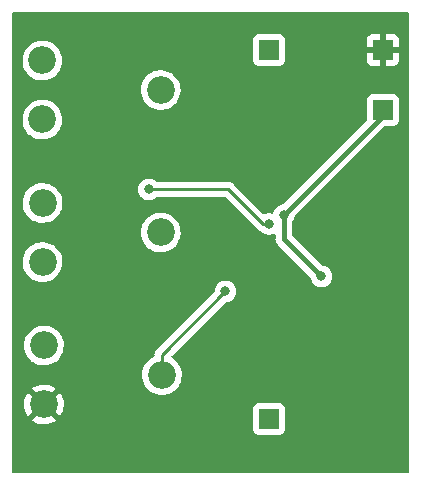
<source format=gbl>
G04 #@! TF.GenerationSoftware,KiCad,Pcbnew,6.0.2-378541a8eb~116~ubuntu21.10.1*
G04 #@! TF.CreationDate,2022-03-03T13:54:26+01:00*
G04 #@! TF.ProjectId,test,74657374-2e6b-4696-9361-645f70636258,rev?*
G04 #@! TF.SameCoordinates,Original*
G04 #@! TF.FileFunction,Copper,L2,Bot*
G04 #@! TF.FilePolarity,Positive*
%FSLAX46Y46*%
G04 Gerber Fmt 4.6, Leading zero omitted, Abs format (unit mm)*
G04 Created by KiCad (PCBNEW 6.0.2-378541a8eb~116~ubuntu21.10.1) date 2022-03-03 13:54:26*
%MOMM*%
%LPD*%
G01*
G04 APERTURE LIST*
G04 #@! TA.AperFunction,ComponentPad*
%ADD10R,1.700000X1.700000*%
G04 #@! TD*
G04 #@! TA.AperFunction,ComponentPad*
%ADD11C,2.340000*%
G04 #@! TD*
G04 #@! TA.AperFunction,ViaPad*
%ADD12C,0.800000*%
G04 #@! TD*
G04 #@! TA.AperFunction,Conductor*
%ADD13C,0.400000*%
G04 #@! TD*
G04 #@! TA.AperFunction,Conductor*
%ADD14C,0.250000*%
G04 #@! TD*
G04 APERTURE END LIST*
D10*
G04 #@! TO.P,OUT1,1,Pin_1*
G04 #@! TO.N,Net-(OUT1-Pad1)*
X137160000Y-111760000D03*
G04 #@! TD*
G04 #@! TO.P,GND1,1,Pin_1*
G04 #@! TO.N,GND*
X146812000Y-80518000D03*
G04 #@! TD*
G04 #@! TO.P,5V1,1,Pin_1*
G04 #@! TO.N,Net-(5V1-Pad1)*
X146812000Y-85598000D03*
G04 #@! TD*
G04 #@! TO.P,IN1,1,Pin_1*
G04 #@! TO.N,Net-(IN1-Pad1)*
X137160000Y-80518000D03*
G04 #@! TD*
D11*
G04 #@! TO.P,RV2,1,1*
G04 #@! TO.N,Net-(R8-Pad2)*
X117983000Y-81407000D03*
G04 #@! TO.P,RV2,2,2*
G04 #@! TO.N,Net-(R6-Pad2)*
X128000000Y-83907000D03*
G04 #@! TO.P,RV2,3,3*
G04 #@! TO.N,Net-(C7-Pad1)*
X117983000Y-86407000D03*
G04 #@! TD*
G04 #@! TO.P,RV3,1,1*
G04 #@! TO.N,Net-(C9-Pad1)*
X118110000Y-105537000D03*
G04 #@! TO.P,RV3,2,2*
G04 #@! TO.N,Net-(RV3-Pad2)*
X128110000Y-108037000D03*
G04 #@! TO.P,RV3,3,3*
G04 #@! TO.N,GND*
X118110000Y-110537000D03*
G04 #@! TD*
G04 #@! TO.P,RV1,1,1*
G04 #@! TO.N,Net-(C4-Pad1)*
X118000000Y-93472000D03*
G04 #@! TO.P,RV1,2,2*
G04 #@! TO.N,Net-(C4-Pad2)*
X128000000Y-95972000D03*
G04 #@! TO.P,RV1,3,3*
G04 #@! TO.N,Net-(C5-Pad1)*
X118000000Y-98472000D03*
G04 #@! TD*
D12*
G04 #@! TO.N,Net-(5V1-Pad1)*
X138430000Y-94488000D03*
X141605000Y-99695000D03*
G04 #@! TO.N,GND*
X134239000Y-103505000D03*
X135382000Y-103505000D03*
G04 #@! TO.N,Net-(C3-Pad2)*
X137160000Y-95250000D03*
X127000000Y-92329000D03*
G04 #@! TO.N,Net-(RV3-Pad2)*
X133477000Y-100965000D03*
G04 #@! TD*
D13*
G04 #@! TO.N,Net-(5V1-Pad1)*
X146812000Y-86106000D02*
X138430000Y-94488000D01*
X138430000Y-96520000D02*
X141605000Y-99695000D01*
X138430000Y-94488000D02*
X138430000Y-96520000D01*
X146812000Y-85598000D02*
X146812000Y-86106000D01*
D14*
G04 #@! TO.N,Net-(C3-Pad2)*
X136652000Y-95250000D02*
X133731000Y-92329000D01*
X137160000Y-95250000D02*
X136652000Y-95250000D01*
X133731000Y-92329000D02*
X127000000Y-92329000D01*
G04 #@! TO.N,Net-(RV3-Pad2)*
X128110000Y-108037000D02*
X128110000Y-106332000D01*
X128110000Y-106332000D02*
X133477000Y-100965000D01*
G04 #@! TD*
G04 #@! TA.AperFunction,Conductor*
G04 #@! TO.N,GND*
G36*
X148988121Y-77368002D02*
G01*
X149034614Y-77421658D01*
X149046000Y-77474000D01*
X149046000Y-116206000D01*
X149025998Y-116274121D01*
X148972342Y-116320614D01*
X148920000Y-116332000D01*
X115494000Y-116332000D01*
X115425879Y-116311998D01*
X115379386Y-116258342D01*
X115368000Y-116206000D01*
X115368000Y-112658134D01*
X135801500Y-112658134D01*
X135808255Y-112720316D01*
X135859385Y-112856705D01*
X135946739Y-112973261D01*
X136063295Y-113060615D01*
X136199684Y-113111745D01*
X136261866Y-113118500D01*
X138058134Y-113118500D01*
X138120316Y-113111745D01*
X138256705Y-113060615D01*
X138373261Y-112973261D01*
X138460615Y-112856705D01*
X138511745Y-112720316D01*
X138518500Y-112658134D01*
X138518500Y-110861866D01*
X138511745Y-110799684D01*
X138460615Y-110663295D01*
X138373261Y-110546739D01*
X138256705Y-110459385D01*
X138120316Y-110408255D01*
X138058134Y-110401500D01*
X136261866Y-110401500D01*
X136199684Y-110408255D01*
X136063295Y-110459385D01*
X135946739Y-110546739D01*
X135859385Y-110663295D01*
X135808255Y-110799684D01*
X135801500Y-110861866D01*
X135801500Y-112658134D01*
X115368000Y-112658134D01*
X115368000Y-111888895D01*
X117122851Y-111888895D01*
X117131563Y-111900415D01*
X117214529Y-111961249D01*
X117222444Y-111966194D01*
X117434873Y-112077959D01*
X117443447Y-112081687D01*
X117670067Y-112160826D01*
X117679077Y-112163240D01*
X117914923Y-112208017D01*
X117924180Y-112209071D01*
X118164058Y-112218497D01*
X118173372Y-112218171D01*
X118411996Y-112192038D01*
X118421173Y-112190337D01*
X118653312Y-112129220D01*
X118662132Y-112126183D01*
X118882693Y-112031423D01*
X118890965Y-112027116D01*
X119094026Y-111901458D01*
X119100751Y-111891253D01*
X119094688Y-111880899D01*
X118122810Y-110909020D01*
X118108869Y-110901408D01*
X118107034Y-110901539D01*
X118100420Y-110905790D01*
X117129509Y-111876702D01*
X117122851Y-111888895D01*
X115368000Y-111888895D01*
X115368000Y-110497624D01*
X116428096Y-110497624D01*
X116439614Y-110737398D01*
X116440751Y-110746658D01*
X116487581Y-110982095D01*
X116490075Y-110991088D01*
X116571189Y-111217009D01*
X116574989Y-111225544D01*
X116688607Y-111436996D01*
X116693618Y-111444863D01*
X116746609Y-111515826D01*
X116757867Y-111524275D01*
X116770286Y-111517503D01*
X117737980Y-110549810D01*
X117744357Y-110538131D01*
X118474408Y-110538131D01*
X118474539Y-110539966D01*
X118478790Y-110546580D01*
X119452024Y-111519813D01*
X119464404Y-111526573D01*
X119472745Y-111520330D01*
X119586265Y-111343843D01*
X119590708Y-111335659D01*
X119689304Y-111116783D01*
X119692494Y-111108018D01*
X119757654Y-110876981D01*
X119759514Y-110867839D01*
X119790001Y-110628196D01*
X119790482Y-110621909D01*
X119792622Y-110540160D01*
X119792471Y-110533851D01*
X119774568Y-110292932D01*
X119773191Y-110283726D01*
X119720210Y-110049582D01*
X119717486Y-110040671D01*
X119630478Y-109816930D01*
X119626467Y-109808521D01*
X119507347Y-109600105D01*
X119502130Y-109592370D01*
X119474425Y-109557227D01*
X119462501Y-109548758D01*
X119450965Y-109555246D01*
X118482020Y-110524190D01*
X118474408Y-110538131D01*
X117744357Y-110538131D01*
X117745592Y-110535869D01*
X117745461Y-110534034D01*
X117741210Y-110527420D01*
X116768131Y-109554342D01*
X116754823Y-109547075D01*
X116744786Y-109554195D01*
X116743076Y-109556251D01*
X116737655Y-109563851D01*
X116613127Y-109769067D01*
X116608889Y-109777384D01*
X116516060Y-109998755D01*
X116513099Y-110007605D01*
X116454011Y-110240264D01*
X116452390Y-110249458D01*
X116428341Y-110488297D01*
X116428096Y-110497624D01*
X115368000Y-110497624D01*
X115368000Y-109183585D01*
X117120999Y-109183585D01*
X117125572Y-109193361D01*
X118097190Y-110164980D01*
X118111131Y-110172592D01*
X118112966Y-110172461D01*
X118119580Y-110168210D01*
X119090929Y-109196860D01*
X119097313Y-109185169D01*
X119087903Y-109173061D01*
X118967873Y-109089793D01*
X118959846Y-109085065D01*
X118744540Y-108978888D01*
X118735907Y-108975400D01*
X118507265Y-108902211D01*
X118498214Y-108900038D01*
X118261269Y-108861449D01*
X118251980Y-108860637D01*
X118011950Y-108857495D01*
X118002638Y-108858065D01*
X117764776Y-108890436D01*
X117755658Y-108892374D01*
X117525203Y-108959546D01*
X117516450Y-108962818D01*
X117298454Y-109063316D01*
X117290299Y-109067836D01*
X117130136Y-109172844D01*
X117120999Y-109183585D01*
X115368000Y-109183585D01*
X115368000Y-107992939D01*
X126427370Y-107992939D01*
X126439339Y-108242131D01*
X126488010Y-108486818D01*
X126572314Y-108721622D01*
X126690398Y-108941386D01*
X126693193Y-108945130D01*
X126693195Y-108945132D01*
X126706402Y-108962818D01*
X126839668Y-109141283D01*
X127016844Y-109316921D01*
X127020606Y-109319679D01*
X127020609Y-109319682D01*
X127210265Y-109458742D01*
X127218036Y-109464440D01*
X127222171Y-109466616D01*
X127222175Y-109466618D01*
X127338009Y-109527561D01*
X127438823Y-109580602D01*
X127674354Y-109662853D01*
X127678947Y-109663725D01*
X127914867Y-109708516D01*
X127914870Y-109708516D01*
X127919456Y-109709387D01*
X128044100Y-109714285D01*
X128164075Y-109718999D01*
X128164081Y-109718999D01*
X128168743Y-109719182D01*
X128266134Y-109708516D01*
X128412087Y-109692532D01*
X128412092Y-109692531D01*
X128416740Y-109692022D01*
X128421264Y-109690831D01*
X128653476Y-109629694D01*
X128653478Y-109629693D01*
X128657999Y-109628503D01*
X128662296Y-109626657D01*
X128882924Y-109531868D01*
X128882926Y-109531867D01*
X128887218Y-109530023D01*
X128997667Y-109461675D01*
X129095391Y-109401202D01*
X129095395Y-109401199D01*
X129099364Y-109398743D01*
X129289775Y-109237548D01*
X129335710Y-109185169D01*
X129451187Y-109053494D01*
X129451191Y-109053489D01*
X129454269Y-109049979D01*
X129512438Y-108959546D01*
X129556890Y-108890436D01*
X129589231Y-108840157D01*
X129691697Y-108612691D01*
X129692967Y-108608188D01*
X129758146Y-108377082D01*
X129758147Y-108377079D01*
X129759416Y-108372578D01*
X129790900Y-108125092D01*
X129793207Y-108037000D01*
X129774718Y-107788206D01*
X129719659Y-107544878D01*
X129717966Y-107540524D01*
X129630931Y-107316714D01*
X129630930Y-107316712D01*
X129629238Y-107312361D01*
X129505442Y-107095763D01*
X129350990Y-106899842D01*
X129169276Y-106728902D01*
X128964292Y-106586700D01*
X128965251Y-106585318D01*
X128921616Y-106538756D01*
X128908783Y-106468929D01*
X128935739Y-106403248D01*
X128945009Y-106392895D01*
X133427499Y-101910405D01*
X133489811Y-101876379D01*
X133516594Y-101873500D01*
X133572487Y-101873500D01*
X133578939Y-101872128D01*
X133578944Y-101872128D01*
X133665887Y-101853647D01*
X133759288Y-101833794D01*
X133765319Y-101831109D01*
X133927722Y-101758803D01*
X133927724Y-101758802D01*
X133933752Y-101756118D01*
X134088253Y-101643866D01*
X134216040Y-101501944D01*
X134311527Y-101336556D01*
X134370542Y-101154928D01*
X134390504Y-100965000D01*
X134370542Y-100775072D01*
X134311527Y-100593444D01*
X134216040Y-100428056D01*
X134170744Y-100377749D01*
X134092675Y-100291045D01*
X134092674Y-100291044D01*
X134088253Y-100286134D01*
X133933752Y-100173882D01*
X133927724Y-100171198D01*
X133927722Y-100171197D01*
X133765319Y-100098891D01*
X133765318Y-100098891D01*
X133759288Y-100096206D01*
X133646721Y-100072279D01*
X133578944Y-100057872D01*
X133578939Y-100057872D01*
X133572487Y-100056500D01*
X133381513Y-100056500D01*
X133375061Y-100057872D01*
X133375056Y-100057872D01*
X133307279Y-100072279D01*
X133194712Y-100096206D01*
X133188682Y-100098891D01*
X133188681Y-100098891D01*
X133026278Y-100171197D01*
X133026276Y-100171198D01*
X133020248Y-100173882D01*
X132865747Y-100286134D01*
X132861326Y-100291044D01*
X132861325Y-100291045D01*
X132783257Y-100377749D01*
X132737960Y-100428056D01*
X132642473Y-100593444D01*
X132583458Y-100775072D01*
X132582768Y-100781633D01*
X132582768Y-100781635D01*
X132566093Y-100940292D01*
X132539080Y-101005949D01*
X132529878Y-101016217D01*
X127717747Y-105828348D01*
X127709461Y-105835888D01*
X127702982Y-105840000D01*
X127697557Y-105845777D01*
X127656357Y-105889651D01*
X127653602Y-105892493D01*
X127633865Y-105912230D01*
X127631385Y-105915427D01*
X127623682Y-105924447D01*
X127593414Y-105956679D01*
X127589595Y-105963625D01*
X127589593Y-105963628D01*
X127583652Y-105974434D01*
X127572801Y-105990953D01*
X127560386Y-106006959D01*
X127557241Y-106014228D01*
X127557238Y-106014232D01*
X127542826Y-106047537D01*
X127537609Y-106058187D01*
X127516305Y-106096940D01*
X127514334Y-106104615D01*
X127514334Y-106104616D01*
X127511267Y-106116562D01*
X127504863Y-106135266D01*
X127496819Y-106153855D01*
X127495580Y-106161678D01*
X127495577Y-106161688D01*
X127489901Y-106197524D01*
X127487495Y-106209144D01*
X127483233Y-106225746D01*
X127476500Y-106251970D01*
X127476500Y-106272224D01*
X127474949Y-106291934D01*
X127471780Y-106311943D01*
X127472526Y-106319835D01*
X127475941Y-106355961D01*
X127476500Y-106367819D01*
X127476500Y-106400026D01*
X127456498Y-106468147D01*
X127403252Y-106514452D01*
X127293965Y-106564834D01*
X127290056Y-106567397D01*
X127089242Y-106699056D01*
X127089237Y-106699060D01*
X127085329Y-106701622D01*
X126899202Y-106867746D01*
X126739675Y-107059557D01*
X126610252Y-107272840D01*
X126513775Y-107502911D01*
X126512624Y-107507443D01*
X126512623Y-107507446D01*
X126503117Y-107544878D01*
X126452365Y-107744714D01*
X126427370Y-107992939D01*
X115368000Y-107992939D01*
X115368000Y-105492939D01*
X116427370Y-105492939D01*
X116439339Y-105742131D01*
X116488010Y-105986818D01*
X116572314Y-106221622D01*
X116690398Y-106441386D01*
X116839668Y-106641283D01*
X117016844Y-106816921D01*
X117020606Y-106819679D01*
X117020609Y-106819682D01*
X117134937Y-106903510D01*
X117218036Y-106964440D01*
X117222171Y-106966616D01*
X117222175Y-106966618D01*
X117338009Y-107027561D01*
X117438823Y-107080602D01*
X117674354Y-107162853D01*
X117678947Y-107163725D01*
X117914867Y-107208516D01*
X117914870Y-107208516D01*
X117919456Y-107209387D01*
X118044099Y-107214284D01*
X118164075Y-107218999D01*
X118164081Y-107218999D01*
X118168743Y-107219182D01*
X118266134Y-107208516D01*
X118412087Y-107192532D01*
X118412092Y-107192531D01*
X118416740Y-107192022D01*
X118421264Y-107190831D01*
X118653476Y-107129694D01*
X118653478Y-107129693D01*
X118657999Y-107128503D01*
X118662296Y-107126657D01*
X118882924Y-107031868D01*
X118882926Y-107031867D01*
X118887218Y-107030023D01*
X119091661Y-106903510D01*
X119095391Y-106901202D01*
X119095395Y-106901199D01*
X119099364Y-106898743D01*
X119289775Y-106737548D01*
X119371316Y-106644569D01*
X119451187Y-106553494D01*
X119451191Y-106553489D01*
X119454269Y-106549979D01*
X119589231Y-106340157D01*
X119691697Y-106112691D01*
X119723282Y-106000699D01*
X119758146Y-105877082D01*
X119758147Y-105877079D01*
X119759416Y-105872578D01*
X119790900Y-105625092D01*
X119793207Y-105537000D01*
X119774718Y-105288206D01*
X119719659Y-105044878D01*
X119717966Y-105040524D01*
X119630931Y-104816714D01*
X119630930Y-104816712D01*
X119629238Y-104812361D01*
X119505442Y-104595763D01*
X119350990Y-104399842D01*
X119169276Y-104228902D01*
X119053160Y-104148350D01*
X118968130Y-104089362D01*
X118968125Y-104089359D01*
X118964292Y-104086700D01*
X118960110Y-104084637D01*
X118960102Y-104084633D01*
X118744728Y-103978423D01*
X118744725Y-103978422D01*
X118740540Y-103976358D01*
X118502937Y-103900300D01*
X118498330Y-103899550D01*
X118498327Y-103899549D01*
X118261312Y-103860949D01*
X118261313Y-103860949D01*
X118256701Y-103860198D01*
X118135753Y-103858615D01*
X118011920Y-103856994D01*
X118011917Y-103856994D01*
X118007243Y-103856933D01*
X117760042Y-103890575D01*
X117755556Y-103891883D01*
X117755554Y-103891883D01*
X117726677Y-103900300D01*
X117520528Y-103960387D01*
X117293965Y-104064834D01*
X117290056Y-104067397D01*
X117089242Y-104199056D01*
X117089237Y-104199060D01*
X117085329Y-104201622D01*
X116899202Y-104367746D01*
X116739675Y-104559557D01*
X116610252Y-104772840D01*
X116513775Y-105002911D01*
X116512624Y-105007443D01*
X116512623Y-105007446D01*
X116503117Y-105044878D01*
X116452365Y-105244714D01*
X116427370Y-105492939D01*
X115368000Y-105492939D01*
X115368000Y-98427939D01*
X116317370Y-98427939D01*
X116329339Y-98677131D01*
X116378010Y-98921818D01*
X116462314Y-99156622D01*
X116580398Y-99376386D01*
X116729668Y-99576283D01*
X116906844Y-99751921D01*
X116910606Y-99754679D01*
X116910609Y-99754682D01*
X117024555Y-99838230D01*
X117108036Y-99899440D01*
X117112171Y-99901616D01*
X117112175Y-99901618D01*
X117228009Y-99962561D01*
X117328823Y-100015602D01*
X117445937Y-100056500D01*
X117559638Y-100096206D01*
X117564354Y-100097853D01*
X117568947Y-100098725D01*
X117804867Y-100143516D01*
X117804870Y-100143516D01*
X117809456Y-100144387D01*
X117934099Y-100149284D01*
X118054075Y-100153999D01*
X118054081Y-100153999D01*
X118058743Y-100154182D01*
X118156134Y-100143516D01*
X118302087Y-100127532D01*
X118302092Y-100127531D01*
X118306740Y-100127022D01*
X118413588Y-100098891D01*
X118543476Y-100064694D01*
X118543478Y-100064693D01*
X118547999Y-100063503D01*
X118564299Y-100056500D01*
X118772924Y-99966868D01*
X118772926Y-99966867D01*
X118777218Y-99965023D01*
X118917259Y-99878363D01*
X118985391Y-99836202D01*
X118985395Y-99836199D01*
X118989364Y-99833743D01*
X119179775Y-99672548D01*
X119261316Y-99579569D01*
X119341187Y-99488494D01*
X119341191Y-99488489D01*
X119344269Y-99484979D01*
X119479231Y-99275157D01*
X119581697Y-99047691D01*
X119591692Y-99012251D01*
X119648146Y-98812082D01*
X119648147Y-98812079D01*
X119649416Y-98807578D01*
X119680900Y-98560092D01*
X119683207Y-98472000D01*
X119664718Y-98223206D01*
X119609659Y-97979878D01*
X119607966Y-97975524D01*
X119520931Y-97751714D01*
X119520930Y-97751712D01*
X119519238Y-97747361D01*
X119395442Y-97530763D01*
X119240990Y-97334842D01*
X119059276Y-97163902D01*
X118927585Y-97072545D01*
X118858130Y-97024362D01*
X118858125Y-97024359D01*
X118854292Y-97021700D01*
X118850110Y-97019637D01*
X118850102Y-97019633D01*
X118634728Y-96913423D01*
X118634725Y-96913422D01*
X118630540Y-96911358D01*
X118392937Y-96835300D01*
X118388330Y-96834550D01*
X118388327Y-96834549D01*
X118151312Y-96795949D01*
X118151313Y-96795949D01*
X118146701Y-96795198D01*
X118025753Y-96793615D01*
X117901920Y-96791994D01*
X117901917Y-96791994D01*
X117897243Y-96791933D01*
X117650042Y-96825575D01*
X117645556Y-96826883D01*
X117645554Y-96826883D01*
X117616677Y-96835300D01*
X117410528Y-96895387D01*
X117183965Y-96999834D01*
X117180056Y-97002397D01*
X116979242Y-97134056D01*
X116979237Y-97134060D01*
X116975329Y-97136622D01*
X116789202Y-97302746D01*
X116629675Y-97494557D01*
X116500252Y-97707840D01*
X116403775Y-97937911D01*
X116402624Y-97942443D01*
X116402623Y-97942446D01*
X116393117Y-97979878D01*
X116342365Y-98179714D01*
X116317370Y-98427939D01*
X115368000Y-98427939D01*
X115368000Y-95927939D01*
X126317370Y-95927939D01*
X126317594Y-95932606D01*
X126317594Y-95932611D01*
X126319335Y-95968851D01*
X126329339Y-96177131D01*
X126378010Y-96421818D01*
X126462314Y-96656622D01*
X126580398Y-96876386D01*
X126583193Y-96880130D01*
X126583195Y-96880132D01*
X126596051Y-96897348D01*
X126729668Y-97076283D01*
X126906844Y-97251921D01*
X126910606Y-97254679D01*
X126910609Y-97254682D01*
X127024937Y-97338510D01*
X127108036Y-97399440D01*
X127112171Y-97401616D01*
X127112175Y-97401618D01*
X127228009Y-97462561D01*
X127328823Y-97515602D01*
X127564354Y-97597853D01*
X127568947Y-97598725D01*
X127804867Y-97643516D01*
X127804870Y-97643516D01*
X127809456Y-97644387D01*
X127934099Y-97649284D01*
X128054075Y-97653999D01*
X128054081Y-97653999D01*
X128058743Y-97654182D01*
X128156134Y-97643516D01*
X128302087Y-97627532D01*
X128302092Y-97627531D01*
X128306740Y-97627022D01*
X128311264Y-97625831D01*
X128543476Y-97564694D01*
X128543478Y-97564693D01*
X128547999Y-97563503D01*
X128552296Y-97561657D01*
X128772924Y-97466868D01*
X128772926Y-97466867D01*
X128777218Y-97465023D01*
X128981661Y-97338510D01*
X128985391Y-97336202D01*
X128985395Y-97336199D01*
X128989364Y-97333743D01*
X129179775Y-97172548D01*
X129261316Y-97079569D01*
X129341187Y-96988494D01*
X129341191Y-96988489D01*
X129344269Y-96984979D01*
X129401897Y-96895387D01*
X129476703Y-96779087D01*
X129479231Y-96775157D01*
X129581697Y-96547691D01*
X129597661Y-96491088D01*
X129648146Y-96312082D01*
X129648147Y-96312079D01*
X129649416Y-96307578D01*
X129676578Y-96094069D01*
X129680502Y-96063222D01*
X129680502Y-96063218D01*
X129680900Y-96060092D01*
X129683207Y-95972000D01*
X129675120Y-95863181D01*
X129665064Y-95727858D01*
X129665063Y-95727854D01*
X129664718Y-95723206D01*
X129609659Y-95479878D01*
X129607966Y-95475524D01*
X129520931Y-95251714D01*
X129520930Y-95251712D01*
X129519238Y-95247361D01*
X129395442Y-95030763D01*
X129240990Y-94834842D01*
X129059276Y-94663902D01*
X128902734Y-94555305D01*
X128858130Y-94524362D01*
X128858125Y-94524359D01*
X128854292Y-94521700D01*
X128850110Y-94519637D01*
X128850102Y-94519633D01*
X128634728Y-94413423D01*
X128634725Y-94413422D01*
X128630540Y-94411358D01*
X128617448Y-94407167D01*
X128580647Y-94395387D01*
X128392937Y-94335300D01*
X128388330Y-94334550D01*
X128388327Y-94334549D01*
X128151312Y-94295949D01*
X128151313Y-94295949D01*
X128146701Y-94295198D01*
X128025753Y-94293615D01*
X127901920Y-94291994D01*
X127901917Y-94291994D01*
X127897243Y-94291933D01*
X127650042Y-94325575D01*
X127645556Y-94326883D01*
X127645554Y-94326883D01*
X127616677Y-94335300D01*
X127410528Y-94395387D01*
X127183965Y-94499834D01*
X127180056Y-94502397D01*
X126979242Y-94634056D01*
X126979237Y-94634060D01*
X126975329Y-94636622D01*
X126789202Y-94802746D01*
X126629675Y-94994557D01*
X126500252Y-95207840D01*
X126403775Y-95437911D01*
X126402624Y-95442443D01*
X126402623Y-95442446D01*
X126393117Y-95479878D01*
X126342365Y-95679714D01*
X126317370Y-95927939D01*
X115368000Y-95927939D01*
X115368000Y-93427939D01*
X116317370Y-93427939D01*
X116329339Y-93677131D01*
X116378010Y-93921818D01*
X116462314Y-94156622D01*
X116580398Y-94376386D01*
X116583193Y-94380130D01*
X116583195Y-94380132D01*
X116629685Y-94442389D01*
X116729668Y-94576283D01*
X116906844Y-94751921D01*
X116910606Y-94754679D01*
X116910609Y-94754682D01*
X117024937Y-94838510D01*
X117108036Y-94899440D01*
X117112171Y-94901616D01*
X117112175Y-94901618D01*
X117228009Y-94962561D01*
X117328823Y-95015602D01*
X117564354Y-95097853D01*
X117568947Y-95098725D01*
X117804867Y-95143516D01*
X117804870Y-95143516D01*
X117809456Y-95144387D01*
X117934100Y-95149285D01*
X118054075Y-95153999D01*
X118054081Y-95153999D01*
X118058743Y-95154182D01*
X118156134Y-95143516D01*
X118302087Y-95127532D01*
X118302092Y-95127531D01*
X118306740Y-95127022D01*
X118311264Y-95125831D01*
X118543476Y-95064694D01*
X118543478Y-95064693D01*
X118547999Y-95063503D01*
X118552296Y-95061657D01*
X118772924Y-94966868D01*
X118772926Y-94966867D01*
X118777218Y-94965023D01*
X118887667Y-94896675D01*
X118985391Y-94836202D01*
X118985395Y-94836199D01*
X118989364Y-94833743D01*
X119179775Y-94672548D01*
X119261316Y-94579569D01*
X119341187Y-94488494D01*
X119341191Y-94488489D01*
X119344269Y-94484979D01*
X119401897Y-94395387D01*
X119447206Y-94324945D01*
X119479231Y-94275157D01*
X119581697Y-94047691D01*
X119610335Y-93946148D01*
X119648146Y-93812082D01*
X119648147Y-93812079D01*
X119649416Y-93807578D01*
X119653587Y-93774794D01*
X119680502Y-93563222D01*
X119680502Y-93563218D01*
X119680900Y-93560092D01*
X119683207Y-93472000D01*
X119679587Y-93423285D01*
X119665064Y-93227858D01*
X119665063Y-93227854D01*
X119664718Y-93223206D01*
X119609659Y-92979878D01*
X119602901Y-92962500D01*
X119520931Y-92751714D01*
X119520930Y-92751712D01*
X119519238Y-92747361D01*
X119395442Y-92530763D01*
X119240990Y-92334842D01*
X119234780Y-92329000D01*
X126086496Y-92329000D01*
X126087186Y-92335565D01*
X126104317Y-92498554D01*
X126106458Y-92518928D01*
X126165473Y-92700556D01*
X126260960Y-92865944D01*
X126265378Y-92870851D01*
X126265379Y-92870852D01*
X126365909Y-92982502D01*
X126388747Y-93007866D01*
X126543248Y-93120118D01*
X126549276Y-93122802D01*
X126549278Y-93122803D01*
X126711681Y-93195109D01*
X126717712Y-93197794D01*
X126811113Y-93217647D01*
X126898056Y-93236128D01*
X126898061Y-93236128D01*
X126904513Y-93237500D01*
X127095487Y-93237500D01*
X127101939Y-93236128D01*
X127101944Y-93236128D01*
X127188887Y-93217647D01*
X127282288Y-93197794D01*
X127288319Y-93195109D01*
X127450722Y-93122803D01*
X127450724Y-93122802D01*
X127456752Y-93120118D01*
X127611253Y-93007866D01*
X127615668Y-93002963D01*
X127620580Y-92998540D01*
X127621705Y-92999789D01*
X127675014Y-92966949D01*
X127708200Y-92962500D01*
X133416406Y-92962500D01*
X133484527Y-92982502D01*
X133505501Y-92999405D01*
X136148348Y-95642253D01*
X136155888Y-95650539D01*
X136160000Y-95657018D01*
X136165777Y-95662443D01*
X136209651Y-95703643D01*
X136212493Y-95706398D01*
X136232230Y-95726135D01*
X136235427Y-95728615D01*
X136244447Y-95736318D01*
X136276679Y-95766586D01*
X136283625Y-95770405D01*
X136283628Y-95770407D01*
X136294434Y-95776348D01*
X136310953Y-95787199D01*
X136326959Y-95799614D01*
X136334228Y-95802759D01*
X136334232Y-95802762D01*
X136367537Y-95817174D01*
X136378187Y-95822391D01*
X136416940Y-95843695D01*
X136424615Y-95845666D01*
X136424616Y-95845666D01*
X136436562Y-95848733D01*
X136455266Y-95855137D01*
X136473855Y-95863181D01*
X136472547Y-95866204D01*
X136517938Y-95894649D01*
X136548747Y-95928866D01*
X136554089Y-95932747D01*
X136554091Y-95932749D01*
X136612465Y-95975160D01*
X136703248Y-96041118D01*
X136709276Y-96043802D01*
X136709278Y-96043803D01*
X136775748Y-96073397D01*
X136877712Y-96118794D01*
X136971112Y-96138647D01*
X137058056Y-96157128D01*
X137058061Y-96157128D01*
X137064513Y-96158500D01*
X137255487Y-96158500D01*
X137261939Y-96157128D01*
X137261944Y-96157128D01*
X137348887Y-96138647D01*
X137442288Y-96118794D01*
X137544252Y-96073397D01*
X137614618Y-96063963D01*
X137678915Y-96094069D01*
X137716729Y-96154158D01*
X137721500Y-96188504D01*
X137721500Y-96491088D01*
X137721208Y-96499658D01*
X137717934Y-96547691D01*
X137717275Y-96557352D01*
X137718580Y-96564829D01*
X137718580Y-96564830D01*
X137728261Y-96620299D01*
X137729223Y-96626821D01*
X137736898Y-96690242D01*
X137739581Y-96697343D01*
X137740222Y-96699952D01*
X137744684Y-96716260D01*
X137745451Y-96718800D01*
X137746757Y-96726284D01*
X137749811Y-96733241D01*
X137772442Y-96784795D01*
X137774933Y-96790899D01*
X137776841Y-96795949D01*
X137791711Y-96835300D01*
X137797513Y-96850656D01*
X137801817Y-96856919D01*
X137803054Y-96859285D01*
X137811299Y-96874097D01*
X137812632Y-96876351D01*
X137815685Y-96883305D01*
X137837212Y-96911358D01*
X137854579Y-96933991D01*
X137858459Y-96939332D01*
X137890339Y-96985720D01*
X137890344Y-96985725D01*
X137894643Y-96991981D01*
X137900313Y-96997032D01*
X137900314Y-96997034D01*
X137941170Y-97033435D01*
X137946446Y-97038416D01*
X140670335Y-99762305D01*
X140704361Y-99824617D01*
X140706550Y-99838228D01*
X140711458Y-99884928D01*
X140770473Y-100066556D01*
X140773776Y-100072278D01*
X140773777Y-100072279D01*
X140805383Y-100127022D01*
X140865960Y-100231944D01*
X140870378Y-100236851D01*
X140870379Y-100236852D01*
X140914753Y-100286134D01*
X140993747Y-100373866D01*
X141148248Y-100486118D01*
X141154276Y-100488802D01*
X141154278Y-100488803D01*
X141316681Y-100561109D01*
X141322712Y-100563794D01*
X141416113Y-100583647D01*
X141503056Y-100602128D01*
X141503061Y-100602128D01*
X141509513Y-100603500D01*
X141700487Y-100603500D01*
X141706939Y-100602128D01*
X141706944Y-100602128D01*
X141793887Y-100583647D01*
X141887288Y-100563794D01*
X141893319Y-100561109D01*
X142055722Y-100488803D01*
X142055724Y-100488802D01*
X142061752Y-100486118D01*
X142216253Y-100373866D01*
X142295247Y-100286134D01*
X142339621Y-100236852D01*
X142339622Y-100236851D01*
X142344040Y-100231944D01*
X142404617Y-100127022D01*
X142436223Y-100072279D01*
X142436224Y-100072278D01*
X142439527Y-100066556D01*
X142498542Y-99884928D01*
X142518504Y-99695000D01*
X142506372Y-99579569D01*
X142499232Y-99511635D01*
X142499232Y-99511633D01*
X142498542Y-99505072D01*
X142439527Y-99323444D01*
X142344040Y-99158056D01*
X142338784Y-99152218D01*
X142220675Y-99021045D01*
X142220674Y-99021044D01*
X142216253Y-99016134D01*
X142061752Y-98903882D01*
X142055724Y-98901198D01*
X142055722Y-98901197D01*
X141893319Y-98828891D01*
X141893318Y-98828891D01*
X141887288Y-98826206D01*
X141734431Y-98793715D01*
X141671533Y-98759563D01*
X139175405Y-96263435D01*
X139141379Y-96201123D01*
X139138500Y-96174340D01*
X139138500Y-95106744D01*
X139158502Y-95038623D01*
X139162564Y-95032683D01*
X139164621Y-95029852D01*
X139169040Y-95024944D01*
X139202570Y-94966868D01*
X139261223Y-94865279D01*
X139261224Y-94865278D01*
X139264527Y-94859556D01*
X139323542Y-94677928D01*
X139328450Y-94631230D01*
X139355463Y-94565573D01*
X139364665Y-94555305D01*
X146926565Y-86993405D01*
X146988877Y-86959379D01*
X147015660Y-86956500D01*
X147710134Y-86956500D01*
X147772316Y-86949745D01*
X147908705Y-86898615D01*
X148025261Y-86811261D01*
X148112615Y-86694705D01*
X148163745Y-86558316D01*
X148170500Y-86496134D01*
X148170500Y-84699866D01*
X148163745Y-84637684D01*
X148112615Y-84501295D01*
X148025261Y-84384739D01*
X147908705Y-84297385D01*
X147772316Y-84246255D01*
X147710134Y-84239500D01*
X145913866Y-84239500D01*
X145851684Y-84246255D01*
X145715295Y-84297385D01*
X145598739Y-84384739D01*
X145511385Y-84501295D01*
X145460255Y-84637684D01*
X145453500Y-84699866D01*
X145453500Y-86410340D01*
X145433498Y-86478461D01*
X145416595Y-86499435D01*
X138363467Y-93552563D01*
X138300569Y-93586715D01*
X138147712Y-93619206D01*
X138141682Y-93621891D01*
X138141681Y-93621891D01*
X137979278Y-93694197D01*
X137979276Y-93694198D01*
X137973248Y-93696882D01*
X137818747Y-93809134D01*
X137690960Y-93951056D01*
X137595473Y-94116444D01*
X137593431Y-94122729D01*
X137540166Y-94286660D01*
X137500092Y-94345266D01*
X137434696Y-94372903D01*
X137394136Y-94370971D01*
X137261944Y-94342872D01*
X137261939Y-94342872D01*
X137255487Y-94341500D01*
X137064513Y-94341500D01*
X137058061Y-94342872D01*
X137058056Y-94342872D01*
X136971112Y-94361353D01*
X136877712Y-94381206D01*
X136871682Y-94383891D01*
X136871681Y-94383891D01*
X136819403Y-94407167D01*
X136749036Y-94416601D01*
X136684739Y-94386495D01*
X136679059Y-94381155D01*
X135482277Y-93184372D01*
X134234652Y-91936747D01*
X134227112Y-91928461D01*
X134223000Y-91921982D01*
X134173348Y-91875356D01*
X134170507Y-91872602D01*
X134150770Y-91852865D01*
X134147573Y-91850385D01*
X134138551Y-91842680D01*
X134130692Y-91835300D01*
X134106321Y-91812414D01*
X134099375Y-91808595D01*
X134099372Y-91808593D01*
X134088566Y-91802652D01*
X134072047Y-91791801D01*
X134066048Y-91787148D01*
X134056041Y-91779386D01*
X134048772Y-91776241D01*
X134048768Y-91776238D01*
X134015463Y-91761826D01*
X134004813Y-91756609D01*
X133966060Y-91735305D01*
X133946437Y-91730267D01*
X133927734Y-91723863D01*
X133916420Y-91718967D01*
X133916419Y-91718967D01*
X133909145Y-91715819D01*
X133901322Y-91714580D01*
X133901312Y-91714577D01*
X133865476Y-91708901D01*
X133853856Y-91706495D01*
X133818711Y-91697472D01*
X133818710Y-91697472D01*
X133811030Y-91695500D01*
X133790776Y-91695500D01*
X133771065Y-91693949D01*
X133758886Y-91692020D01*
X133751057Y-91690780D01*
X133743165Y-91691526D01*
X133707039Y-91694941D01*
X133695181Y-91695500D01*
X127708200Y-91695500D01*
X127640079Y-91675498D01*
X127620853Y-91659157D01*
X127620580Y-91659460D01*
X127615668Y-91655037D01*
X127611253Y-91650134D01*
X127456752Y-91537882D01*
X127450724Y-91535198D01*
X127450722Y-91535197D01*
X127288319Y-91462891D01*
X127288318Y-91462891D01*
X127282288Y-91460206D01*
X127188887Y-91440353D01*
X127101944Y-91421872D01*
X127101939Y-91421872D01*
X127095487Y-91420500D01*
X126904513Y-91420500D01*
X126898061Y-91421872D01*
X126898056Y-91421872D01*
X126811112Y-91440353D01*
X126717712Y-91460206D01*
X126711682Y-91462891D01*
X126711681Y-91462891D01*
X126549278Y-91535197D01*
X126549276Y-91535198D01*
X126543248Y-91537882D01*
X126388747Y-91650134D01*
X126384326Y-91655044D01*
X126384325Y-91655045D01*
X126275203Y-91776238D01*
X126260960Y-91792056D01*
X126241608Y-91825575D01*
X126200170Y-91897348D01*
X126165473Y-91957444D01*
X126106458Y-92139072D01*
X126105768Y-92145633D01*
X126105768Y-92145635D01*
X126089583Y-92299629D01*
X126086496Y-92329000D01*
X119234780Y-92329000D01*
X119059276Y-92163902D01*
X118943160Y-92083350D01*
X118858130Y-92024362D01*
X118858125Y-92024359D01*
X118854292Y-92021700D01*
X118850110Y-92019637D01*
X118850102Y-92019633D01*
X118634728Y-91913423D01*
X118634725Y-91913422D01*
X118630540Y-91911358D01*
X118392937Y-91835300D01*
X118388330Y-91834550D01*
X118388327Y-91834549D01*
X118151312Y-91795949D01*
X118151313Y-91795949D01*
X118146701Y-91795198D01*
X118025753Y-91793615D01*
X117901920Y-91791994D01*
X117901917Y-91791994D01*
X117897243Y-91791933D01*
X117650042Y-91825575D01*
X117645556Y-91826883D01*
X117645554Y-91826883D01*
X117616677Y-91835300D01*
X117410528Y-91895387D01*
X117183965Y-91999834D01*
X117180056Y-92002397D01*
X116979242Y-92134056D01*
X116979237Y-92134060D01*
X116975329Y-92136622D01*
X116789202Y-92302746D01*
X116629675Y-92494557D01*
X116500252Y-92707840D01*
X116403775Y-92937911D01*
X116402624Y-92942443D01*
X116402623Y-92942446D01*
X116372138Y-93062483D01*
X116342365Y-93179714D01*
X116317370Y-93427939D01*
X115368000Y-93427939D01*
X115368000Y-86362939D01*
X116300370Y-86362939D01*
X116300594Y-86367606D01*
X116300594Y-86367611D01*
X116305153Y-86462530D01*
X116312339Y-86612131D01*
X116361010Y-86856818D01*
X116445314Y-87091622D01*
X116563398Y-87311386D01*
X116712668Y-87511283D01*
X116889844Y-87686921D01*
X116893606Y-87689679D01*
X116893609Y-87689682D01*
X117083265Y-87828742D01*
X117091036Y-87834440D01*
X117095171Y-87836616D01*
X117095175Y-87836618D01*
X117211009Y-87897561D01*
X117311823Y-87950602D01*
X117547354Y-88032853D01*
X117551947Y-88033725D01*
X117787867Y-88078516D01*
X117787870Y-88078516D01*
X117792456Y-88079387D01*
X117917100Y-88084285D01*
X118037075Y-88088999D01*
X118037081Y-88088999D01*
X118041743Y-88089182D01*
X118139134Y-88078516D01*
X118285087Y-88062532D01*
X118285092Y-88062531D01*
X118289740Y-88062022D01*
X118294264Y-88060831D01*
X118526476Y-87999694D01*
X118526478Y-87999693D01*
X118530999Y-87998503D01*
X118535296Y-87996657D01*
X118755924Y-87901868D01*
X118755926Y-87901867D01*
X118760218Y-87900023D01*
X118870667Y-87831675D01*
X118968391Y-87771202D01*
X118968395Y-87771199D01*
X118972364Y-87768743D01*
X119162775Y-87607548D01*
X119244316Y-87514569D01*
X119324187Y-87423494D01*
X119324191Y-87423489D01*
X119327269Y-87419979D01*
X119462231Y-87210157D01*
X119564697Y-86982691D01*
X119589928Y-86893229D01*
X119631146Y-86747082D01*
X119631147Y-86747079D01*
X119632416Y-86742578D01*
X119663900Y-86495092D01*
X119666207Y-86407000D01*
X119647718Y-86158206D01*
X119592659Y-85914878D01*
X119590966Y-85910524D01*
X119503931Y-85686714D01*
X119503930Y-85686712D01*
X119502238Y-85682361D01*
X119378442Y-85465763D01*
X119223990Y-85269842D01*
X119042276Y-85098902D01*
X118910585Y-85007545D01*
X118841130Y-84959362D01*
X118841125Y-84959359D01*
X118837292Y-84956700D01*
X118833110Y-84954637D01*
X118833102Y-84954633D01*
X118617728Y-84848423D01*
X118617725Y-84848422D01*
X118613540Y-84846358D01*
X118375937Y-84770300D01*
X118371330Y-84769550D01*
X118371327Y-84769549D01*
X118134312Y-84730949D01*
X118134313Y-84730949D01*
X118129701Y-84730198D01*
X118008753Y-84728615D01*
X117884920Y-84726994D01*
X117884917Y-84726994D01*
X117880243Y-84726933D01*
X117633042Y-84760575D01*
X117628556Y-84761883D01*
X117628554Y-84761883D01*
X117599677Y-84770300D01*
X117393528Y-84830387D01*
X117166965Y-84934834D01*
X117163056Y-84937397D01*
X116962242Y-85069056D01*
X116962237Y-85069060D01*
X116958329Y-85071622D01*
X116772202Y-85237746D01*
X116612675Y-85429557D01*
X116483252Y-85642840D01*
X116386775Y-85872911D01*
X116385624Y-85877443D01*
X116385623Y-85877446D01*
X116376117Y-85914878D01*
X116325365Y-86114714D01*
X116300370Y-86362939D01*
X115368000Y-86362939D01*
X115368000Y-83862939D01*
X126317370Y-83862939D01*
X126329339Y-84112131D01*
X126378010Y-84356818D01*
X126462314Y-84591622D01*
X126580398Y-84811386D01*
X126583193Y-84815130D01*
X126583195Y-84815132D01*
X126596051Y-84832348D01*
X126729668Y-85011283D01*
X126906844Y-85186921D01*
X126910606Y-85189679D01*
X126910609Y-85189682D01*
X127024937Y-85273510D01*
X127108036Y-85334440D01*
X127112171Y-85336616D01*
X127112175Y-85336618D01*
X127228009Y-85397561D01*
X127328823Y-85450602D01*
X127564354Y-85532853D01*
X127568947Y-85533725D01*
X127804867Y-85578516D01*
X127804870Y-85578516D01*
X127809456Y-85579387D01*
X127934099Y-85584284D01*
X128054075Y-85588999D01*
X128054081Y-85588999D01*
X128058743Y-85589182D01*
X128156134Y-85578516D01*
X128302087Y-85562532D01*
X128302092Y-85562531D01*
X128306740Y-85562022D01*
X128311264Y-85560831D01*
X128543476Y-85499694D01*
X128543478Y-85499693D01*
X128547999Y-85498503D01*
X128552296Y-85496657D01*
X128772924Y-85401868D01*
X128772926Y-85401867D01*
X128777218Y-85400023D01*
X128981661Y-85273510D01*
X128985391Y-85271202D01*
X128985395Y-85271199D01*
X128989364Y-85268743D01*
X129179775Y-85107548D01*
X129261316Y-85014569D01*
X129341187Y-84923494D01*
X129341191Y-84923489D01*
X129344269Y-84919979D01*
X129401897Y-84830387D01*
X129476703Y-84714087D01*
X129479231Y-84710157D01*
X129581697Y-84482691D01*
X129582967Y-84478188D01*
X129648146Y-84247082D01*
X129648147Y-84247079D01*
X129649416Y-84242578D01*
X129680900Y-83995092D01*
X129683207Y-83907000D01*
X129664718Y-83658206D01*
X129609659Y-83414878D01*
X129607966Y-83410524D01*
X129520931Y-83186714D01*
X129520930Y-83186712D01*
X129519238Y-83182361D01*
X129395442Y-82965763D01*
X129240990Y-82769842D01*
X129059276Y-82598902D01*
X128927585Y-82507545D01*
X128858130Y-82459362D01*
X128858125Y-82459359D01*
X128854292Y-82456700D01*
X128850110Y-82454637D01*
X128850102Y-82454633D01*
X128634728Y-82348423D01*
X128634725Y-82348422D01*
X128630540Y-82346358D01*
X128392937Y-82270300D01*
X128388330Y-82269550D01*
X128388327Y-82269549D01*
X128151312Y-82230949D01*
X128151313Y-82230949D01*
X128146701Y-82230198D01*
X128025753Y-82228615D01*
X127901920Y-82226994D01*
X127901917Y-82226994D01*
X127897243Y-82226933D01*
X127650042Y-82260575D01*
X127645556Y-82261883D01*
X127645554Y-82261883D01*
X127616677Y-82270300D01*
X127410528Y-82330387D01*
X127183965Y-82434834D01*
X127180056Y-82437397D01*
X126979242Y-82569056D01*
X126979237Y-82569060D01*
X126975329Y-82571622D01*
X126789202Y-82737746D01*
X126629675Y-82929557D01*
X126500252Y-83142840D01*
X126403775Y-83372911D01*
X126402624Y-83377443D01*
X126402623Y-83377446D01*
X126393117Y-83414878D01*
X126342365Y-83614714D01*
X126317370Y-83862939D01*
X115368000Y-83862939D01*
X115368000Y-81362939D01*
X116300370Y-81362939D01*
X116300594Y-81367606D01*
X116300594Y-81367611D01*
X116302761Y-81412717D01*
X116312339Y-81612131D01*
X116361010Y-81856818D01*
X116445314Y-82091622D01*
X116563398Y-82311386D01*
X116566193Y-82315130D01*
X116566195Y-82315132D01*
X116579051Y-82332348D01*
X116712668Y-82511283D01*
X116889844Y-82686921D01*
X116893606Y-82689679D01*
X116893609Y-82689682D01*
X117007937Y-82773510D01*
X117091036Y-82834440D01*
X117095171Y-82836616D01*
X117095175Y-82836618D01*
X117211009Y-82897561D01*
X117311823Y-82950602D01*
X117547354Y-83032853D01*
X117551947Y-83033725D01*
X117787867Y-83078516D01*
X117787870Y-83078516D01*
X117792456Y-83079387D01*
X117917100Y-83084285D01*
X118037075Y-83088999D01*
X118037081Y-83088999D01*
X118041743Y-83089182D01*
X118139134Y-83078516D01*
X118285087Y-83062532D01*
X118285092Y-83062531D01*
X118289740Y-83062022D01*
X118294264Y-83060831D01*
X118526476Y-82999694D01*
X118526478Y-82999693D01*
X118530999Y-82998503D01*
X118535296Y-82996657D01*
X118755924Y-82901868D01*
X118755926Y-82901867D01*
X118760218Y-82900023D01*
X118964661Y-82773510D01*
X118968391Y-82771202D01*
X118968395Y-82771199D01*
X118972364Y-82768743D01*
X119162775Y-82607548D01*
X119244316Y-82514569D01*
X119324187Y-82423494D01*
X119324191Y-82423489D01*
X119327269Y-82419979D01*
X119384897Y-82330387D01*
X119459703Y-82214087D01*
X119462231Y-82210157D01*
X119564697Y-81982691D01*
X119595259Y-81874328D01*
X119631146Y-81747082D01*
X119631147Y-81747079D01*
X119632416Y-81742578D01*
X119663900Y-81495092D01*
X119664149Y-81485606D01*
X119665967Y-81416134D01*
X135801500Y-81416134D01*
X135808255Y-81478316D01*
X135859385Y-81614705D01*
X135946739Y-81731261D01*
X136063295Y-81818615D01*
X136199684Y-81869745D01*
X136261866Y-81876500D01*
X138058134Y-81876500D01*
X138120316Y-81869745D01*
X138256705Y-81818615D01*
X138373261Y-81731261D01*
X138460615Y-81614705D01*
X138511745Y-81478316D01*
X138518500Y-81416134D01*
X138518500Y-81412669D01*
X145454001Y-81412669D01*
X145454371Y-81419490D01*
X145459895Y-81470352D01*
X145463521Y-81485604D01*
X145508676Y-81606054D01*
X145517214Y-81621649D01*
X145593715Y-81723724D01*
X145606276Y-81736285D01*
X145708351Y-81812786D01*
X145723946Y-81821324D01*
X145844394Y-81866478D01*
X145859649Y-81870105D01*
X145910514Y-81875631D01*
X145917328Y-81876000D01*
X146539885Y-81876000D01*
X146555124Y-81871525D01*
X146556329Y-81870135D01*
X146558000Y-81862452D01*
X146558000Y-81857884D01*
X147066000Y-81857884D01*
X147070475Y-81873123D01*
X147071865Y-81874328D01*
X147079548Y-81875999D01*
X147706669Y-81875999D01*
X147713490Y-81875629D01*
X147764352Y-81870105D01*
X147779604Y-81866479D01*
X147900054Y-81821324D01*
X147915649Y-81812786D01*
X148017724Y-81736285D01*
X148030285Y-81723724D01*
X148106786Y-81621649D01*
X148115324Y-81606054D01*
X148160478Y-81485606D01*
X148164105Y-81470351D01*
X148169631Y-81419486D01*
X148170000Y-81412672D01*
X148170000Y-80790115D01*
X148165525Y-80774876D01*
X148164135Y-80773671D01*
X148156452Y-80772000D01*
X147084115Y-80772000D01*
X147068876Y-80776475D01*
X147067671Y-80777865D01*
X147066000Y-80785548D01*
X147066000Y-81857884D01*
X146558000Y-81857884D01*
X146558000Y-80790115D01*
X146553525Y-80774876D01*
X146552135Y-80773671D01*
X146544452Y-80772000D01*
X145472116Y-80772000D01*
X145456877Y-80776475D01*
X145455672Y-80777865D01*
X145454001Y-80785548D01*
X145454001Y-81412669D01*
X138518500Y-81412669D01*
X138518500Y-80245885D01*
X145454000Y-80245885D01*
X145458475Y-80261124D01*
X145459865Y-80262329D01*
X145467548Y-80264000D01*
X146539885Y-80264000D01*
X146555124Y-80259525D01*
X146556329Y-80258135D01*
X146558000Y-80250452D01*
X146558000Y-80245885D01*
X147066000Y-80245885D01*
X147070475Y-80261124D01*
X147071865Y-80262329D01*
X147079548Y-80264000D01*
X148151884Y-80264000D01*
X148167123Y-80259525D01*
X148168328Y-80258135D01*
X148169999Y-80250452D01*
X148169999Y-79623331D01*
X148169629Y-79616510D01*
X148164105Y-79565648D01*
X148160479Y-79550396D01*
X148115324Y-79429946D01*
X148106786Y-79414351D01*
X148030285Y-79312276D01*
X148017724Y-79299715D01*
X147915649Y-79223214D01*
X147900054Y-79214676D01*
X147779606Y-79169522D01*
X147764351Y-79165895D01*
X147713486Y-79160369D01*
X147706672Y-79160000D01*
X147084115Y-79160000D01*
X147068876Y-79164475D01*
X147067671Y-79165865D01*
X147066000Y-79173548D01*
X147066000Y-80245885D01*
X146558000Y-80245885D01*
X146558000Y-79178116D01*
X146553525Y-79162877D01*
X146552135Y-79161672D01*
X146544452Y-79160001D01*
X145917331Y-79160001D01*
X145910510Y-79160371D01*
X145859648Y-79165895D01*
X145844396Y-79169521D01*
X145723946Y-79214676D01*
X145708351Y-79223214D01*
X145606276Y-79299715D01*
X145593715Y-79312276D01*
X145517214Y-79414351D01*
X145508676Y-79429946D01*
X145463522Y-79550394D01*
X145459895Y-79565649D01*
X145454369Y-79616514D01*
X145454000Y-79623328D01*
X145454000Y-80245885D01*
X138518500Y-80245885D01*
X138518500Y-79619866D01*
X138511745Y-79557684D01*
X138460615Y-79421295D01*
X138373261Y-79304739D01*
X138256705Y-79217385D01*
X138120316Y-79166255D01*
X138058134Y-79159500D01*
X136261866Y-79159500D01*
X136199684Y-79166255D01*
X136063295Y-79217385D01*
X135946739Y-79304739D01*
X135859385Y-79421295D01*
X135808255Y-79557684D01*
X135801500Y-79619866D01*
X135801500Y-81416134D01*
X119665967Y-81416134D01*
X119666058Y-81412672D01*
X119666207Y-81407000D01*
X119647718Y-81158206D01*
X119592659Y-80914878D01*
X119590966Y-80910524D01*
X119503931Y-80686714D01*
X119503930Y-80686712D01*
X119502238Y-80682361D01*
X119378442Y-80465763D01*
X119223990Y-80269842D01*
X119042276Y-80098902D01*
X118926160Y-80018350D01*
X118841130Y-79959362D01*
X118841125Y-79959359D01*
X118837292Y-79956700D01*
X118833110Y-79954637D01*
X118833102Y-79954633D01*
X118617728Y-79848423D01*
X118617725Y-79848422D01*
X118613540Y-79846358D01*
X118375937Y-79770300D01*
X118371330Y-79769550D01*
X118371327Y-79769549D01*
X118134312Y-79730949D01*
X118134313Y-79730949D01*
X118129701Y-79730198D01*
X118008753Y-79728615D01*
X117884920Y-79726994D01*
X117884917Y-79726994D01*
X117880243Y-79726933D01*
X117633042Y-79760575D01*
X117628556Y-79761883D01*
X117628554Y-79761883D01*
X117599677Y-79770300D01*
X117393528Y-79830387D01*
X117166965Y-79934834D01*
X117163056Y-79937397D01*
X116962242Y-80069056D01*
X116962237Y-80069060D01*
X116958329Y-80071622D01*
X116772202Y-80237746D01*
X116612675Y-80429557D01*
X116483252Y-80642840D01*
X116481443Y-80647154D01*
X116481442Y-80647156D01*
X116427885Y-80774876D01*
X116386775Y-80872911D01*
X116385624Y-80877443D01*
X116385623Y-80877446D01*
X116376117Y-80914878D01*
X116325365Y-81114714D01*
X116300370Y-81362939D01*
X115368000Y-81362939D01*
X115368000Y-77474000D01*
X115388002Y-77405879D01*
X115441658Y-77359386D01*
X115494000Y-77348000D01*
X148920000Y-77348000D01*
X148988121Y-77368002D01*
G37*
G04 #@! TD.AperFunction*
G04 #@! TD*
M02*

</source>
